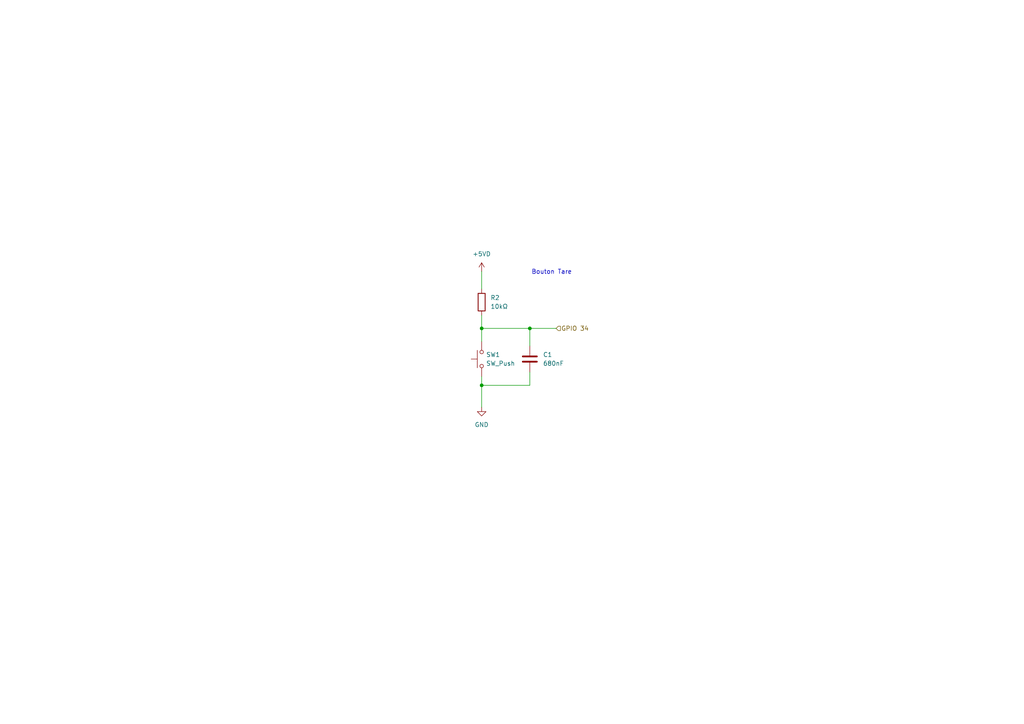
<source format=kicad_sch>
(kicad_sch (version 20250114) (generator "eeschema") (generator_version "9.0")
  (paper "A4")
  (lib_symbols
    (symbol "Device:C" (pin_numbers (hide yes)) (pin_names (offset 0.254))
      (property "Reference" "C" (at 0.635 2.54 0))
      (property "Value" "C" (at 0.635 -2.54 0))
      (symbol "C_0_1"
        (polyline (pts (xy -2.032 0.762) (xy 2.032 0.762)) (stroke (width 0.508)))
        (polyline (pts (xy -2.032 -0.762) (xy 2.032 -0.762)) (stroke (width 0.508)))
      )
      (symbol "C_1_1"
        (pin passive line (at 0 3.81 270) (length 2.794) (name "~") (number "1"))
        (pin passive line (at 0 -3.81 90) (length 2.794) (name "~") (number "2"))
      )
    )
    (symbol "Device:R" (pin_numbers (hide yes)) (pin_names (offset 0))
      (property "Reference" "R" (at 2.032 0 90))
      (property "Value" "R" (at 0 0 90))
      (symbol "R_0_1"
        (rectangle (start -1.016 -2.54) (end 1.016 2.54) (stroke (width 0.254)))
      )
      (symbol "R_1_1"
        (pin passive line (at 0 3.81 270) (length 1.27) (name "~") (number "1"))
        (pin passive line (at 0 -3.81 90) (length 1.27) (name "~") (number "2"))
      )
    )
    (symbol "Switch:SW_Push" (pin_numbers (hide yes)) (pin_names (offset 1.016) (hide yes))
      (property "Reference" "SW" (at 1.27 2.54 0))
      (property "Value" "SW_Push" (at 0 -1.524 0))
      (symbol "SW_Push_0_1"
        (circle (center -2.032 0) (radius 0.508))
        (polyline (pts (xy 0 1.27) (xy 0 3.048)))
        (circle (center 2.032 0) (radius 0.508))
        (polyline (pts (xy 2.54 1.27) (xy -2.54 1.27)))
        (pin passive line (at -5.08 0 0) (length 2.54) (name "1") (number "1"))
        (pin passive line (at 5.08 0 180) (length 2.54) (name "2") (number "2"))
      )
    )
    (symbol "power:+5VD" (power) (pin_numbers (hide yes)) (pin_names (offset 0) (hide yes))
      (property "Value" "+5VD" (at 0 3.556 0))
      (symbol "+5VD_0_1"
        (polyline (pts (xy -0.762 1.27) (xy 0 2.54)))
        (polyline (pts (xy 0 2.54) (xy 0.762 1.27)))
        (polyline (pts (xy 0 0) (xy 0 2.54)))
      )
      (symbol "+5VD_1_1"
        (pin power_in line (at 0 0 90) (length 0) (name "~") (number "1"))
      )
    )
    (symbol "power:GND" (power) (pin_numbers (hide yes)) (pin_names (offset 0) (hide yes))
      (property "Value" "GND" (at 0 -3.81 0))
      (symbol "GND_0_1"
        (polyline (pts (xy 0 0) (xy 0 -1.27) (xy 1.27 -1.27) (xy 0 -2.54) (xy -1.27 -1.27) (xy 0 -1.27)))
      )
      (symbol "GND_1_1"
        (pin power_in line (at 0 0 270) (length 0) (name "~") (number "1"))
      )
    )
  )
  (text "Bouton Tare" (at 160.02 78.994 0) (effects (font (size 1.27 1.27))))
  (junction (at 153.67 95.25))
  (junction (at 139.7 95.25))
  (junction (at 139.7 111.76))
  (wire (pts (xy 153.67 95.25) (xy 139.7 95.25)))
  (wire (pts (xy 139.7 95.25) (xy 139.7 99.06)))
  (wire (pts (xy 153.67 100.33) (xy 153.67 95.25)))
  (wire (pts (xy 139.7 78.74) (xy 139.7 83.82)))
  (wire (pts (xy 139.7 109.22) (xy 139.7 111.76)))
  (wire (pts (xy 153.67 111.76) (xy 139.7 111.76)))
  (wire (pts (xy 139.7 91.44) (xy 139.7 95.25)))
  (wire (pts (xy 153.67 107.95) (xy 153.67 111.76)))
  (wire (pts (xy 153.67 95.25) (xy 161.29 95.25)))
  (wire (pts (xy 139.7 111.76) (xy 139.7 118.11)))
  (hierarchical_label "GPIO 34" (shape input) (at 161.29 95.25 0))
  (symbol (lib_id "Device:R") (at 139.7 87.63 0) (unit 1)
    (property "Reference" "R2" (at 142.24 86.3599 0) (effects (justify left)))
    (property "Value" "10kΩ" (at 142.24 88.8999 0) (effects (justify left)))
    (property "Description" "Resistor" (effects (hide yes)))
  )
  (symbol (lib_id "Device:C") (at 153.67 104.14 0) (unit 1)
    (property "Reference" "C1" (at 157.48 102.8699 0) (effects (justify left)))
    (property "Value" "680nF" (at 157.48 105.4099 0) (effects (justify left)))
    (property "Description" "Unpolarized capacitor" (effects (hide yes)))
  )
  (symbol (lib_id "power:+5VD") (at 139.7 78.74 0) (unit 1)
    (property "Reference" "#PWR07" (effects (hide yes)))
    (property "Value" "+5VD" (at 139.7 73.66 0))
    (property "Description" "Power symbol creates a global label with name \"+5VD\"" (effects (hide yes)))
  )
  (symbol (lib_id "power:GND") (at 139.7 118.11 0) (unit 1)
    (property "Reference" "#PWR08" (effects (hide yes)))
    (property "Value" "GND" (at 139.7 123.19 0))
    (property "Description" "Power symbol creates a global label with name \"GND\" , ground" (effects (hide yes)))
  )
  (symbol (lib_id "Switch:SW_Push") (at 139.7 104.14 90) (unit 1)
    (property "Reference" "SW1" (at 140.97 102.8699 90) (effects (justify right)))
    (property "Value" "SW_Push" (at 140.97 105.4099 90) (effects (justify right)))
    (property "Description" "Push button switch, generic, two pins" (effects (hide yes)))
  )
)
</source>
